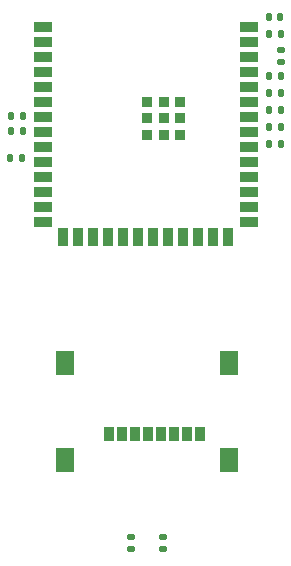
<source format=gbr>
%TF.GenerationSoftware,KiCad,Pcbnew,9.0.5*%
%TF.CreationDate,2025-11-05T16:55:38-05:00*%
%TF.ProjectId,flight-computer,666c6967-6874-42d6-936f-6d7075746572,rev?*%
%TF.SameCoordinates,Original*%
%TF.FileFunction,Paste,Bot*%
%TF.FilePolarity,Positive*%
%FSLAX46Y46*%
G04 Gerber Fmt 4.6, Leading zero omitted, Abs format (unit mm)*
G04 Created by KiCad (PCBNEW 9.0.5) date 2025-11-05 16:55:38*
%MOMM*%
%LPD*%
G01*
G04 APERTURE LIST*
G04 Aperture macros list*
%AMRoundRect*
0 Rectangle with rounded corners*
0 $1 Rounding radius*
0 $2 $3 $4 $5 $6 $7 $8 $9 X,Y pos of 4 corners*
0 Add a 4 corners polygon primitive as box body*
4,1,4,$2,$3,$4,$5,$6,$7,$8,$9,$2,$3,0*
0 Add four circle primitives for the rounded corners*
1,1,$1+$1,$2,$3*
1,1,$1+$1,$4,$5*
1,1,$1+$1,$6,$7*
1,1,$1+$1,$8,$9*
0 Add four rect primitives between the rounded corners*
20,1,$1+$1,$2,$3,$4,$5,0*
20,1,$1+$1,$4,$5,$6,$7,0*
20,1,$1+$1,$6,$7,$8,$9,0*
20,1,$1+$1,$8,$9,$2,$3,0*%
G04 Aperture macros list end*
%ADD10RoundRect,0.140000X0.140000X0.170000X-0.140000X0.170000X-0.140000X-0.170000X0.140000X-0.170000X0*%
%ADD11RoundRect,0.135000X0.135000X0.185000X-0.135000X0.185000X-0.135000X-0.185000X0.135000X-0.185000X0*%
%ADD12RoundRect,0.135000X-0.135000X-0.185000X0.135000X-0.185000X0.135000X0.185000X-0.135000X0.185000X0*%
%ADD13RoundRect,0.135000X-0.185000X0.135000X-0.185000X-0.135000X0.185000X-0.135000X0.185000X0.135000X0*%
%ADD14RoundRect,0.140000X-0.170000X0.140000X-0.170000X-0.140000X0.170000X-0.140000X0.170000X0.140000X0*%
%ADD15R,1.498600X2.006600*%
%ADD16R,0.812800X1.193800*%
%ADD17R,1.500000X0.900000*%
%ADD18R,0.900000X1.500000*%
%ADD19R,0.900000X0.900000*%
G04 APERTURE END LIST*
D10*
%TO.C,C5*%
X155201895Y-80446555D03*
X156161895Y-80446555D03*
%TD*%
D11*
%TO.C,R14*%
X155171895Y-88346555D03*
X156191895Y-88346555D03*
%TD*%
D12*
%TO.C,R11*%
X134401895Y-90046555D03*
X133381895Y-90046555D03*
%TD*%
%TO.C,R1*%
X156191895Y-81846555D03*
X155171895Y-81846555D03*
%TD*%
D13*
%TO.C,R4*%
X143481895Y-125506555D03*
X143481895Y-124486555D03*
%TD*%
D11*
%TO.C,R12*%
X155171895Y-85446555D03*
X156191895Y-85446555D03*
%TD*%
D12*
%TO.C,R7*%
X134381895Y-88846555D03*
X133361895Y-88846555D03*
%TD*%
D14*
%TO.C,C3*%
X156181895Y-84226555D03*
X156181895Y-83266555D03*
%TD*%
D15*
%TO.C,J4*%
X137936895Y-109770255D03*
X137936895Y-117970256D03*
X151826895Y-109770255D03*
X151826895Y-117970256D03*
D16*
X149356895Y-115770256D03*
X148256895Y-115770256D03*
X147156894Y-115770256D03*
X146056894Y-115770256D03*
X144956896Y-115770256D03*
X143856896Y-115770256D03*
X142756895Y-115770256D03*
X141656895Y-115770256D03*
%TD*%
D11*
%TO.C,R8*%
X155171895Y-91146555D03*
X156191895Y-91146555D03*
%TD*%
D12*
%TO.C,R6*%
X134291895Y-92346555D03*
X133271895Y-92346555D03*
%TD*%
D17*
%TO.C,U2*%
X136017600Y-81280000D03*
X136017600Y-82550000D03*
X136017600Y-83820000D03*
X136017600Y-85090000D03*
X136017600Y-86360000D03*
X136017600Y-87630000D03*
X136017600Y-88900000D03*
X136017600Y-90170000D03*
X136017600Y-91440000D03*
X136017600Y-92710000D03*
X136017600Y-93980000D03*
X136017600Y-95250000D03*
X136017600Y-96520000D03*
X136017600Y-97790000D03*
D18*
X137782600Y-99040000D03*
X139052600Y-99040000D03*
X140322600Y-99040000D03*
X141592600Y-99040000D03*
X142862600Y-99040000D03*
X144132600Y-99040000D03*
X145402600Y-99040000D03*
X146672600Y-99040000D03*
X147942600Y-99040000D03*
X149212600Y-99040000D03*
X150482600Y-99040000D03*
X151752600Y-99040000D03*
D17*
X153517600Y-97790000D03*
X153517600Y-96520000D03*
X153517600Y-95250000D03*
X153517600Y-93980000D03*
X153517600Y-92710000D03*
X153517600Y-91440000D03*
X153517600Y-90170000D03*
X153517600Y-88900000D03*
X153517600Y-87630000D03*
X153517600Y-86360000D03*
X153517600Y-85090000D03*
X153517600Y-83820000D03*
X153517600Y-82550000D03*
X153517600Y-81280000D03*
D19*
X144867600Y-87600000D03*
X144867600Y-89000000D03*
X144867600Y-90400000D03*
X146267600Y-87600000D03*
X146267600Y-89000000D03*
X146267600Y-90400000D03*
X147667600Y-87600000D03*
X147667600Y-89000000D03*
X147667600Y-90400000D03*
%TD*%
D11*
%TO.C,R13*%
X155171895Y-86846555D03*
X156191895Y-86846555D03*
%TD*%
%TO.C,R15*%
X155171895Y-89746555D03*
X156191895Y-89746555D03*
%TD*%
D13*
%TO.C,R5*%
X146231895Y-125506555D03*
X146231895Y-124486555D03*
%TD*%
M02*

</source>
